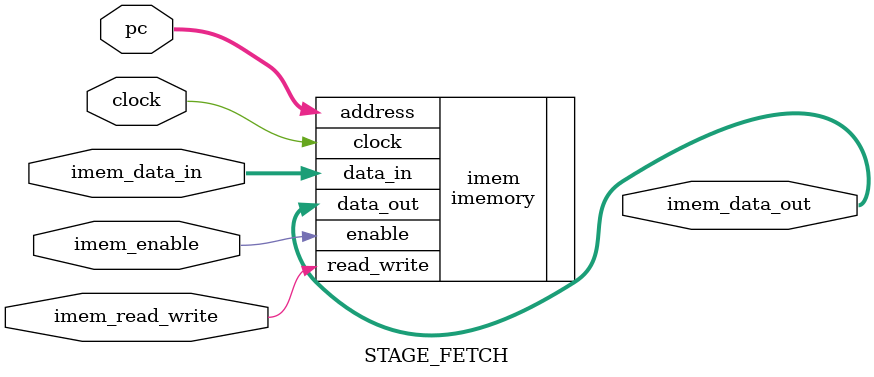
<source format=v>
module STAGE_FETCH (
  input wire clock,
  input wire [31:0] pc,
  input wire [31:0] imem_data_in,
  input wire imem_read_write,
  input wire imem_enable,
  output wire [31:0] imem_data_out
);

  imemory imem(
    .clock(clock),
    .address(pc),
    .data_in(imem_data_in),
    .data_out(imem_data_out),
    .read_write(imem_read_write),
    .enable(imem_enable)
  );

endmodule
</source>
